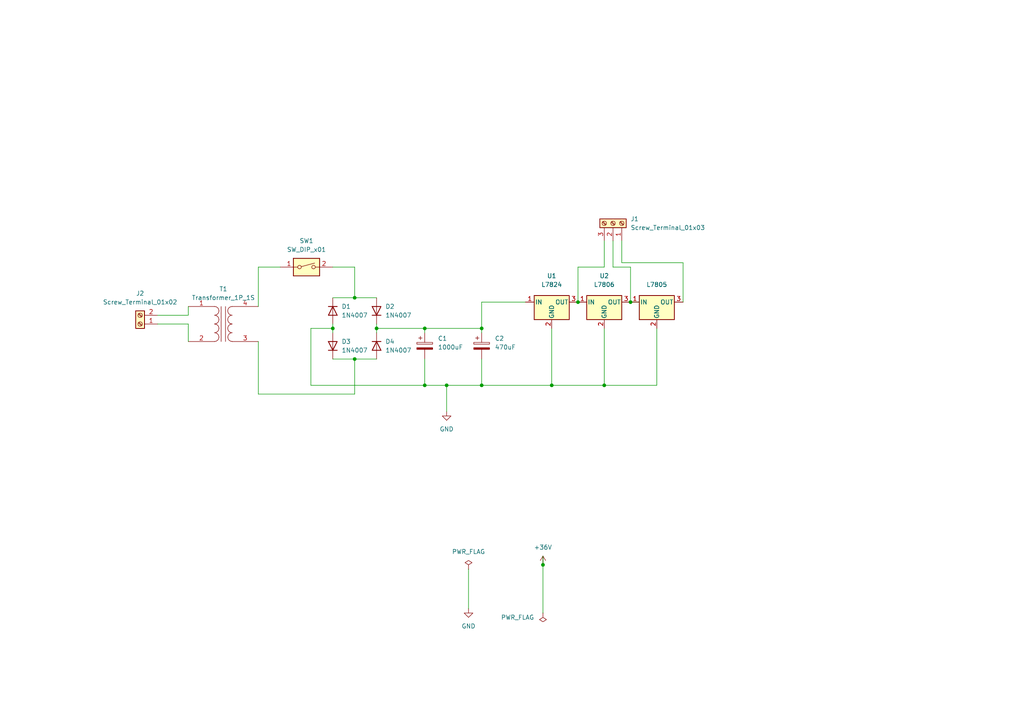
<source format=kicad_sch>
(kicad_sch (version 20211123) (generator eeschema)

  (uuid 44ad1c0b-efbb-46e1-9b64-04ac7498616b)

  (paper "A4")

  (title_block
    (title "Power_Supply (Shoe Polish Machine)")
    (date "2022-06-01")
    (rev "01")
  )

  (lib_symbols
    (symbol "Connector:Screw_Terminal_01x02" (pin_names (offset 1.016) hide) (in_bom yes) (on_board yes)
      (property "Reference" "J" (id 0) (at 0 2.54 0)
        (effects (font (size 1.27 1.27)))
      )
      (property "Value" "Screw_Terminal_01x02" (id 1) (at 0 -5.08 0)
        (effects (font (size 1.27 1.27)))
      )
      (property "Footprint" "" (id 2) (at 0 0 0)
        (effects (font (size 1.27 1.27)) hide)
      )
      (property "Datasheet" "~" (id 3) (at 0 0 0)
        (effects (font (size 1.27 1.27)) hide)
      )
      (property "ki_keywords" "screw terminal" (id 4) (at 0 0 0)
        (effects (font (size 1.27 1.27)) hide)
      )
      (property "ki_description" "Generic screw terminal, single row, 01x02, script generated (kicad-library-utils/schlib/autogen/connector/)" (id 5) (at 0 0 0)
        (effects (font (size 1.27 1.27)) hide)
      )
      (property "ki_fp_filters" "TerminalBlock*:*" (id 6) (at 0 0 0)
        (effects (font (size 1.27 1.27)) hide)
      )
      (symbol "Screw_Terminal_01x02_1_1"
        (rectangle (start -1.27 1.27) (end 1.27 -3.81)
          (stroke (width 0.254) (type default) (color 0 0 0 0))
          (fill (type background))
        )
        (circle (center 0 -2.54) (radius 0.635)
          (stroke (width 0.1524) (type default) (color 0 0 0 0))
          (fill (type none))
        )
        (polyline
          (pts
            (xy -0.5334 -2.2098)
            (xy 0.3302 -3.048)
          )
          (stroke (width 0.1524) (type default) (color 0 0 0 0))
          (fill (type none))
        )
        (polyline
          (pts
            (xy -0.5334 0.3302)
            (xy 0.3302 -0.508)
          )
          (stroke (width 0.1524) (type default) (color 0 0 0 0))
          (fill (type none))
        )
        (polyline
          (pts
            (xy -0.3556 -2.032)
            (xy 0.508 -2.8702)
          )
          (stroke (width 0.1524) (type default) (color 0 0 0 0))
          (fill (type none))
        )
        (polyline
          (pts
            (xy -0.3556 0.508)
            (xy 0.508 -0.3302)
          )
          (stroke (width 0.1524) (type default) (color 0 0 0 0))
          (fill (type none))
        )
        (circle (center 0 0) (radius 0.635)
          (stroke (width 0.1524) (type default) (color 0 0 0 0))
          (fill (type none))
        )
        (pin passive line (at -5.08 0 0) (length 3.81)
          (name "Pin_1" (effects (font (size 1.27 1.27))))
          (number "1" (effects (font (size 1.27 1.27))))
        )
        (pin passive line (at -5.08 -2.54 0) (length 3.81)
          (name "Pin_2" (effects (font (size 1.27 1.27))))
          (number "2" (effects (font (size 1.27 1.27))))
        )
      )
    )
    (symbol "Connector:Screw_Terminal_01x03" (pin_names (offset 1.016) hide) (in_bom yes) (on_board yes)
      (property "Reference" "J" (id 0) (at 0 5.08 0)
        (effects (font (size 1.27 1.27)))
      )
      (property "Value" "Screw_Terminal_01x03" (id 1) (at 0 -5.08 0)
        (effects (font (size 1.27 1.27)))
      )
      (property "Footprint" "" (id 2) (at 0 0 0)
        (effects (font (size 1.27 1.27)) hide)
      )
      (property "Datasheet" "~" (id 3) (at 0 0 0)
        (effects (font (size 1.27 1.27)) hide)
      )
      (property "ki_keywords" "screw terminal" (id 4) (at 0 0 0)
        (effects (font (size 1.27 1.27)) hide)
      )
      (property "ki_description" "Generic screw terminal, single row, 01x03, script generated (kicad-library-utils/schlib/autogen/connector/)" (id 5) (at 0 0 0)
        (effects (font (size 1.27 1.27)) hide)
      )
      (property "ki_fp_filters" "TerminalBlock*:*" (id 6) (at 0 0 0)
        (effects (font (size 1.27 1.27)) hide)
      )
      (symbol "Screw_Terminal_01x03_1_1"
        (rectangle (start -1.27 3.81) (end 1.27 -3.81)
          (stroke (width 0.254) (type default) (color 0 0 0 0))
          (fill (type background))
        )
        (circle (center 0 -2.54) (radius 0.635)
          (stroke (width 0.1524) (type default) (color 0 0 0 0))
          (fill (type none))
        )
        (polyline
          (pts
            (xy -0.5334 -2.2098)
            (xy 0.3302 -3.048)
          )
          (stroke (width 0.1524) (type default) (color 0 0 0 0))
          (fill (type none))
        )
        (polyline
          (pts
            (xy -0.5334 0.3302)
            (xy 0.3302 -0.508)
          )
          (stroke (width 0.1524) (type default) (color 0 0 0 0))
          (fill (type none))
        )
        (polyline
          (pts
            (xy -0.5334 2.8702)
            (xy 0.3302 2.032)
          )
          (stroke (width 0.1524) (type default) (color 0 0 0 0))
          (fill (type none))
        )
        (polyline
          (pts
            (xy -0.3556 -2.032)
            (xy 0.508 -2.8702)
          )
          (stroke (width 0.1524) (type default) (color 0 0 0 0))
          (fill (type none))
        )
        (polyline
          (pts
            (xy -0.3556 0.508)
            (xy 0.508 -0.3302)
          )
          (stroke (width 0.1524) (type default) (color 0 0 0 0))
          (fill (type none))
        )
        (polyline
          (pts
            (xy -0.3556 3.048)
            (xy 0.508 2.2098)
          )
          (stroke (width 0.1524) (type default) (color 0 0 0 0))
          (fill (type none))
        )
        (circle (center 0 0) (radius 0.635)
          (stroke (width 0.1524) (type default) (color 0 0 0 0))
          (fill (type none))
        )
        (circle (center 0 2.54) (radius 0.635)
          (stroke (width 0.1524) (type default) (color 0 0 0 0))
          (fill (type none))
        )
        (pin passive line (at -5.08 2.54 0) (length 3.81)
          (name "Pin_1" (effects (font (size 1.27 1.27))))
          (number "1" (effects (font (size 1.27 1.27))))
        )
        (pin passive line (at -5.08 0 0) (length 3.81)
          (name "Pin_2" (effects (font (size 1.27 1.27))))
          (number "2" (effects (font (size 1.27 1.27))))
        )
        (pin passive line (at -5.08 -2.54 0) (length 3.81)
          (name "Pin_3" (effects (font (size 1.27 1.27))))
          (number "3" (effects (font (size 1.27 1.27))))
        )
      )
    )
    (symbol "Device:C_Polarized" (pin_numbers hide) (pin_names (offset 0.254)) (in_bom yes) (on_board yes)
      (property "Reference" "C" (id 0) (at 0.635 2.54 0)
        (effects (font (size 1.27 1.27)) (justify left))
      )
      (property "Value" "C_Polarized" (id 1) (at 0.635 -2.54 0)
        (effects (font (size 1.27 1.27)) (justify left))
      )
      (property "Footprint" "" (id 2) (at 0.9652 -3.81 0)
        (effects (font (size 1.27 1.27)) hide)
      )
      (property "Datasheet" "~" (id 3) (at 0 0 0)
        (effects (font (size 1.27 1.27)) hide)
      )
      (property "ki_keywords" "cap capacitor" (id 4) (at 0 0 0)
        (effects (font (size 1.27 1.27)) hide)
      )
      (property "ki_description" "Polarized capacitor" (id 5) (at 0 0 0)
        (effects (font (size 1.27 1.27)) hide)
      )
      (property "ki_fp_filters" "CP_*" (id 6) (at 0 0 0)
        (effects (font (size 1.27 1.27)) hide)
      )
      (symbol "C_Polarized_0_1"
        (rectangle (start -2.286 0.508) (end 2.286 1.016)
          (stroke (width 0) (type default) (color 0 0 0 0))
          (fill (type none))
        )
        (polyline
          (pts
            (xy -1.778 2.286)
            (xy -0.762 2.286)
          )
          (stroke (width 0) (type default) (color 0 0 0 0))
          (fill (type none))
        )
        (polyline
          (pts
            (xy -1.27 2.794)
            (xy -1.27 1.778)
          )
          (stroke (width 0) (type default) (color 0 0 0 0))
          (fill (type none))
        )
        (rectangle (start 2.286 -0.508) (end -2.286 -1.016)
          (stroke (width 0) (type default) (color 0 0 0 0))
          (fill (type outline))
        )
      )
      (symbol "C_Polarized_1_1"
        (pin passive line (at 0 3.81 270) (length 2.794)
          (name "~" (effects (font (size 1.27 1.27))))
          (number "1" (effects (font (size 1.27 1.27))))
        )
        (pin passive line (at 0 -3.81 90) (length 2.794)
          (name "~" (effects (font (size 1.27 1.27))))
          (number "2" (effects (font (size 1.27 1.27))))
        )
      )
    )
    (symbol "Device:Transformer_1P_1S" (pin_names (offset 1.016) hide) (in_bom yes) (on_board yes)
      (property "Reference" "T" (id 0) (at 0 6.35 0)
        (effects (font (size 1.27 1.27)))
      )
      (property "Value" "Transformer_1P_1S" (id 1) (at 0 -7.62 0)
        (effects (font (size 1.27 1.27)))
      )
      (property "Footprint" "" (id 2) (at 0 0 0)
        (effects (font (size 1.27 1.27)) hide)
      )
      (property "Datasheet" "~" (id 3) (at 0 0 0)
        (effects (font (size 1.27 1.27)) hide)
      )
      (property "ki_keywords" "transformer coil magnet" (id 4) (at 0 0 0)
        (effects (font (size 1.27 1.27)) hide)
      )
      (property "ki_description" "Transformer, single primary, single secondary" (id 5) (at 0 0 0)
        (effects (font (size 1.27 1.27)) hide)
      )
      (symbol "Transformer_1P_1S_0_1"
        (arc (start -2.54 -5.0546) (mid -1.6599 -4.6901) (end -1.27 -3.81)
          (stroke (width 0) (type default) (color 0 0 0 0))
          (fill (type none))
        )
        (arc (start -2.54 -2.5146) (mid -1.6599 -2.1501) (end -1.27 -1.27)
          (stroke (width 0) (type default) (color 0 0 0 0))
          (fill (type none))
        )
        (arc (start -2.54 0.0254) (mid -1.6599 0.3899) (end -1.27 1.27)
          (stroke (width 0) (type default) (color 0 0 0 0))
          (fill (type none))
        )
        (arc (start -2.54 2.5654) (mid -1.6599 2.9299) (end -1.27 3.81)
          (stroke (width 0) (type default) (color 0 0 0 0))
          (fill (type none))
        )
        (arc (start -1.27 -3.81) (mid -1.642 -2.912) (end -2.54 -2.54)
          (stroke (width 0) (type default) (color 0 0 0 0))
          (fill (type none))
        )
        (arc (start -1.27 -1.27) (mid -1.642 -0.372) (end -2.54 0)
          (stroke (width 0) (type default) (color 0 0 0 0))
          (fill (type none))
        )
        (arc (start -1.27 1.27) (mid -1.642 2.168) (end -2.54 2.54)
          (stroke (width 0) (type default) (color 0 0 0 0))
          (fill (type none))
        )
        (arc (start -1.27 3.81) (mid -1.642 4.708) (end -2.54 5.08)
          (stroke (width 0) (type default) (color 0 0 0 0))
          (fill (type none))
        )
        (polyline
          (pts
            (xy -0.635 5.08)
            (xy -0.635 -5.08)
          )
          (stroke (width 0) (type default) (color 0 0 0 0))
          (fill (type none))
        )
        (polyline
          (pts
            (xy 0.635 -5.08)
            (xy 0.635 5.08)
          )
          (stroke (width 0) (type default) (color 0 0 0 0))
          (fill (type none))
        )
        (arc (start 1.2954 -1.27) (mid 1.6599 -2.1501) (end 2.54 -2.5146)
          (stroke (width 0) (type default) (color 0 0 0 0))
          (fill (type none))
        )
        (arc (start 1.2954 1.27) (mid 1.6599 0.3899) (end 2.54 0.0254)
          (stroke (width 0) (type default) (color 0 0 0 0))
          (fill (type none))
        )
        (arc (start 1.2954 3.81) (mid 1.6599 2.9299) (end 2.54 2.5654)
          (stroke (width 0) (type default) (color 0 0 0 0))
          (fill (type none))
        )
        (arc (start 1.3208 -3.81) (mid 1.6853 -4.6901) (end 2.5654 -5.0546)
          (stroke (width 0) (type default) (color 0 0 0 0))
          (fill (type none))
        )
        (arc (start 2.54 0) (mid 1.642 -0.372) (end 1.2954 -1.27)
          (stroke (width 0) (type default) (color 0 0 0 0))
          (fill (type none))
        )
        (arc (start 2.54 2.54) (mid 1.642 2.168) (end 1.2954 1.27)
          (stroke (width 0) (type default) (color 0 0 0 0))
          (fill (type none))
        )
        (arc (start 2.54 5.08) (mid 1.642 4.708) (end 1.2954 3.81)
          (stroke (width 0) (type default) (color 0 0 0 0))
          (fill (type none))
        )
        (arc (start 2.5654 -2.54) (mid 1.6674 -2.912) (end 1.3208 -3.81)
          (stroke (width 0) (type default) (color 0 0 0 0))
          (fill (type none))
        )
      )
      (symbol "Transformer_1P_1S_1_1"
        (pin passive line (at -10.16 5.08 0) (length 7.62)
          (name "AA" (effects (font (size 1.27 1.27))))
          (number "1" (effects (font (size 1.27 1.27))))
        )
        (pin passive line (at -10.16 -5.08 0) (length 7.62)
          (name "AB" (effects (font (size 1.27 1.27))))
          (number "2" (effects (font (size 1.27 1.27))))
        )
        (pin passive line (at 10.16 -5.08 180) (length 7.62)
          (name "SA" (effects (font (size 1.27 1.27))))
          (number "3" (effects (font (size 1.27 1.27))))
        )
        (pin passive line (at 10.16 5.08 180) (length 7.62)
          (name "SB" (effects (font (size 1.27 1.27))))
          (number "4" (effects (font (size 1.27 1.27))))
        )
      )
    )
    (symbol "Diode:1N4007" (pin_numbers hide) (pin_names (offset 1.016) hide) (in_bom yes) (on_board yes)
      (property "Reference" "D" (id 0) (at 0 2.54 0)
        (effects (font (size 1.27 1.27)))
      )
      (property "Value" "1N4007" (id 1) (at 0 -2.54 0)
        (effects (font (size 1.27 1.27)))
      )
      (property "Footprint" "Diode_THT:D_DO-41_SOD81_P10.16mm_Horizontal" (id 2) (at 0 -4.445 0)
        (effects (font (size 1.27 1.27)) hide)
      )
      (property "Datasheet" "http://www.vishay.com/docs/88503/1n4001.pdf" (id 3) (at 0 0 0)
        (effects (font (size 1.27 1.27)) hide)
      )
      (property "ki_keywords" "diode" (id 4) (at 0 0 0)
        (effects (font (size 1.27 1.27)) hide)
      )
      (property "ki_description" "1000V 1A General Purpose Rectifier Diode, DO-41" (id 5) (at 0 0 0)
        (effects (font (size 1.27 1.27)) hide)
      )
      (property "ki_fp_filters" "D*DO?41*" (id 6) (at 0 0 0)
        (effects (font (size 1.27 1.27)) hide)
      )
      (symbol "1N4007_0_1"
        (polyline
          (pts
            (xy -1.27 1.27)
            (xy -1.27 -1.27)
          )
          (stroke (width 0.254) (type default) (color 0 0 0 0))
          (fill (type none))
        )
        (polyline
          (pts
            (xy 1.27 0)
            (xy -1.27 0)
          )
          (stroke (width 0) (type default) (color 0 0 0 0))
          (fill (type none))
        )
        (polyline
          (pts
            (xy 1.27 1.27)
            (xy 1.27 -1.27)
            (xy -1.27 0)
            (xy 1.27 1.27)
          )
          (stroke (width 0.254) (type default) (color 0 0 0 0))
          (fill (type none))
        )
      )
      (symbol "1N4007_1_1"
        (pin passive line (at -3.81 0 0) (length 2.54)
          (name "K" (effects (font (size 1.27 1.27))))
          (number "1" (effects (font (size 1.27 1.27))))
        )
        (pin passive line (at 3.81 0 180) (length 2.54)
          (name "A" (effects (font (size 1.27 1.27))))
          (number "2" (effects (font (size 1.27 1.27))))
        )
      )
    )
    (symbol "Regulator_Linear:L7805" (pin_names (offset 0.254)) (in_bom yes) (on_board yes)
      (property "Reference" "U" (id 0) (at -3.81 3.175 0)
        (effects (font (size 1.27 1.27)))
      )
      (property "Value" "L7805" (id 1) (at 0 3.175 0)
        (effects (font (size 1.27 1.27)) (justify left))
      )
      (property "Footprint" "" (id 2) (at 0.635 -3.81 0)
        (effects (font (size 1.27 1.27) italic) (justify left) hide)
      )
      (property "Datasheet" "http://www.st.com/content/ccc/resource/technical/document/datasheet/41/4f/b3/b0/12/d4/47/88/CD00000444.pdf/files/CD00000444.pdf/jcr:content/translations/en.CD00000444.pdf" (id 3) (at 0 -1.27 0)
        (effects (font (size 1.27 1.27)) hide)
      )
      (property "ki_keywords" "Voltage Regulator 1.5A Positive" (id 4) (at 0 0 0)
        (effects (font (size 1.27 1.27)) hide)
      )
      (property "ki_description" "Positive 1.5A 35V Linear Regulator, Fixed Output 5V, TO-220/TO-263/TO-252" (id 5) (at 0 0 0)
        (effects (font (size 1.27 1.27)) hide)
      )
      (property "ki_fp_filters" "TO?252* TO?263* TO?220*" (id 6) (at 0 0 0)
        (effects (font (size 1.27 1.27)) hide)
      )
      (symbol "L7805_0_1"
        (rectangle (start -5.08 1.905) (end 5.08 -5.08)
          (stroke (width 0.254) (type default) (color 0 0 0 0))
          (fill (type background))
        )
      )
      (symbol "L7805_1_1"
        (pin power_in line (at -7.62 0 0) (length 2.54)
          (name "IN" (effects (font (size 1.27 1.27))))
          (number "1" (effects (font (size 1.27 1.27))))
        )
        (pin power_in line (at 0 -7.62 90) (length 2.54)
          (name "GND" (effects (font (size 1.27 1.27))))
          (number "2" (effects (font (size 1.27 1.27))))
        )
        (pin power_out line (at 7.62 0 180) (length 2.54)
          (name "OUT" (effects (font (size 1.27 1.27))))
          (number "3" (effects (font (size 1.27 1.27))))
        )
      )
    )
    (symbol "Regulator_Linear:L7806" (pin_names (offset 0.254)) (in_bom yes) (on_board yes)
      (property "Reference" "U" (id 0) (at -3.81 3.175 0)
        (effects (font (size 1.27 1.27)))
      )
      (property "Value" "L7806" (id 1) (at 0 3.175 0)
        (effects (font (size 1.27 1.27)) (justify left))
      )
      (property "Footprint" "" (id 2) (at 0.635 -3.81 0)
        (effects (font (size 1.27 1.27) italic) (justify left) hide)
      )
      (property "Datasheet" "http://www.st.com/content/ccc/resource/technical/document/datasheet/41/4f/b3/b0/12/d4/47/88/CD00000444.pdf/files/CD00000444.pdf/jcr:content/translations/en.CD00000444.pdf" (id 3) (at 0 -1.27 0)
        (effects (font (size 1.27 1.27)) hide)
      )
      (property "ki_keywords" "Voltage Regulator 1.5A Positive" (id 4) (at 0 0 0)
        (effects (font (size 1.27 1.27)) hide)
      )
      (property "ki_description" "Positive 1.5A 35V Linear Regulator, Fixed Output 6V, TO-220/TO-263/TO-252" (id 5) (at 0 0 0)
        (effects (font (size 1.27 1.27)) hide)
      )
      (property "ki_fp_filters" "TO?252* TO?263* TO?220*" (id 6) (at 0 0 0)
        (effects (font (size 1.27 1.27)) hide)
      )
      (symbol "L7806_0_1"
        (rectangle (start -5.08 1.905) (end 5.08 -5.08)
          (stroke (width 0.254) (type default) (color 0 0 0 0))
          (fill (type background))
        )
      )
      (symbol "L7806_1_1"
        (pin power_in line (at -7.62 0 0) (length 2.54)
          (name "IN" (effects (font (size 1.27 1.27))))
          (number "1" (effects (font (size 1.27 1.27))))
        )
        (pin power_in line (at 0 -7.62 90) (length 2.54)
          (name "GND" (effects (font (size 1.27 1.27))))
          (number "2" (effects (font (size 1.27 1.27))))
        )
        (pin power_out line (at 7.62 0 180) (length 2.54)
          (name "OUT" (effects (font (size 1.27 1.27))))
          (number "3" (effects (font (size 1.27 1.27))))
        )
      )
    )
    (symbol "Regulator_Linear:L7824" (pin_names (offset 0.254)) (in_bom yes) (on_board yes)
      (property "Reference" "U" (id 0) (at -3.81 3.175 0)
        (effects (font (size 1.27 1.27)))
      )
      (property "Value" "L7824" (id 1) (at 0 3.175 0)
        (effects (font (size 1.27 1.27)) (justify left))
      )
      (property "Footprint" "" (id 2) (at 0.635 -3.81 0)
        (effects (font (size 1.27 1.27) italic) (justify left) hide)
      )
      (property "Datasheet" "http://www.st.com/content/ccc/resource/technical/document/datasheet/41/4f/b3/b0/12/d4/47/88/CD00000444.pdf/files/CD00000444.pdf/jcr:content/translations/en.CD00000444.pdf" (id 3) (at 0 -1.27 0)
        (effects (font (size 1.27 1.27)) hide)
      )
      (property "ki_keywords" "Voltage Regulator 1.5A Positive" (id 4) (at 0 0 0)
        (effects (font (size 1.27 1.27)) hide)
      )
      (property "ki_description" "Positive 1.5A 40V Linear Regulator, Fixed Output 24V, TO-220/TO-263/TO-252" (id 5) (at 0 0 0)
        (effects (font (size 1.27 1.27)) hide)
      )
      (property "ki_fp_filters" "TO?252* TO?263* TO?220*" (id 6) (at 0 0 0)
        (effects (font (size 1.27 1.27)) hide)
      )
      (symbol "L7824_0_1"
        (rectangle (start -5.08 1.905) (end 5.08 -5.08)
          (stroke (width 0.254) (type default) (color 0 0 0 0))
          (fill (type background))
        )
      )
      (symbol "L7824_1_1"
        (pin power_in line (at -7.62 0 0) (length 2.54)
          (name "IN" (effects (font (size 1.27 1.27))))
          (number "1" (effects (font (size 1.27 1.27))))
        )
        (pin power_in line (at 0 -7.62 90) (length 2.54)
          (name "GND" (effects (font (size 1.27 1.27))))
          (number "2" (effects (font (size 1.27 1.27))))
        )
        (pin power_out line (at 7.62 0 180) (length 2.54)
          (name "OUT" (effects (font (size 1.27 1.27))))
          (number "3" (effects (font (size 1.27 1.27))))
        )
      )
    )
    (symbol "Switch:SW_DIP_x01" (pin_names (offset 0) hide) (in_bom yes) (on_board yes)
      (property "Reference" "SW" (id 0) (at 0 3.81 0)
        (effects (font (size 1.27 1.27)))
      )
      (property "Value" "SW_DIP_x01" (id 1) (at 0 -3.81 0)
        (effects (font (size 1.27 1.27)))
      )
      (property "Footprint" "" (id 2) (at 0 0 0)
        (effects (font (size 1.27 1.27)) hide)
      )
      (property "Datasheet" "~" (id 3) (at 0 0 0)
        (effects (font (size 1.27 1.27)) hide)
      )
      (property "ki_keywords" "dip switch" (id 4) (at 0 0 0)
        (effects (font (size 1.27 1.27)) hide)
      )
      (property "ki_description" "1x DIP Switch, Single Pole Single Throw (SPST) switch, small symbol" (id 5) (at 0 0 0)
        (effects (font (size 1.27 1.27)) hide)
      )
      (property "ki_fp_filters" "SW?DIP?x1*" (id 6) (at 0 0 0)
        (effects (font (size 1.27 1.27)) hide)
      )
      (symbol "SW_DIP_x01_0_0"
        (circle (center -2.032 0) (radius 0.508)
          (stroke (width 0) (type default) (color 0 0 0 0))
          (fill (type none))
        )
        (polyline
          (pts
            (xy -1.524 0.127)
            (xy 2.3622 1.1684)
          )
          (stroke (width 0) (type default) (color 0 0 0 0))
          (fill (type none))
        )
        (circle (center 2.032 0) (radius 0.508)
          (stroke (width 0) (type default) (color 0 0 0 0))
          (fill (type none))
        )
      )
      (symbol "SW_DIP_x01_0_1"
        (rectangle (start -3.81 2.54) (end 3.81 -2.54)
          (stroke (width 0.254) (type default) (color 0 0 0 0))
          (fill (type background))
        )
      )
      (symbol "SW_DIP_x01_1_1"
        (pin passive line (at -7.62 0 0) (length 5.08)
          (name "~" (effects (font (size 1.27 1.27))))
          (number "1" (effects (font (size 1.27 1.27))))
        )
        (pin passive line (at 7.62 0 180) (length 5.08)
          (name "~" (effects (font (size 1.27 1.27))))
          (number "2" (effects (font (size 1.27 1.27))))
        )
      )
    )
    (symbol "power:+36V" (power) (pin_names (offset 0)) (in_bom yes) (on_board yes)
      (property "Reference" "#PWR" (id 0) (at 0 -3.81 0)
        (effects (font (size 1.27 1.27)) hide)
      )
      (property "Value" "+36V" (id 1) (at 0 3.556 0)
        (effects (font (size 1.27 1.27)))
      )
      (property "Footprint" "" (id 2) (at 0 0 0)
        (effects (font (size 1.27 1.27)) hide)
      )
      (property "Datasheet" "" (id 3) (at 0 0 0)
        (effects (font (size 1.27 1.27)) hide)
      )
      (property "ki_keywords" "power-flag" (id 4) (at 0 0 0)
        (effects (font (size 1.27 1.27)) hide)
      )
      (property "ki_description" "Power symbol creates a global label with name \"+36V\"" (id 5) (at 0 0 0)
        (effects (font (size 1.27 1.27)) hide)
      )
      (symbol "+36V_0_1"
        (polyline
          (pts
            (xy -0.762 1.27)
            (xy 0 2.54)
          )
          (stroke (width 0) (type default) (color 0 0 0 0))
          (fill (type none))
        )
        (polyline
          (pts
            (xy 0 0)
            (xy 0 2.54)
          )
          (stroke (width 0) (type default) (color 0 0 0 0))
          (fill (type none))
        )
        (polyline
          (pts
            (xy 0 2.54)
            (xy 0.762 1.27)
          )
          (stroke (width 0) (type default) (color 0 0 0 0))
          (fill (type none))
        )
      )
      (symbol "+36V_1_1"
        (pin power_in line (at 0 0 90) (length 0) hide
          (name "+36V" (effects (font (size 1.27 1.27))))
          (number "1" (effects (font (size 1.27 1.27))))
        )
      )
    )
    (symbol "power:GND" (power) (pin_names (offset 0)) (in_bom yes) (on_board yes)
      (property "Reference" "#PWR" (id 0) (at 0 -6.35 0)
        (effects (font (size 1.27 1.27)) hide)
      )
      (property "Value" "GND" (id 1) (at 0 -3.81 0)
        (effects (font (size 1.27 1.27)))
      )
      (property "Footprint" "" (id 2) (at 0 0 0)
        (effects (font (size 1.27 1.27)) hide)
      )
      (property "Datasheet" "" (id 3) (at 0 0 0)
        (effects (font (size 1.27 1.27)) hide)
      )
      (property "ki_keywords" "power-flag" (id 4) (at 0 0 0)
        (effects (font (size 1.27 1.27)) hide)
      )
      (property "ki_description" "Power symbol creates a global label with name \"GND\" , ground" (id 5) (at 0 0 0)
        (effects (font (size 1.27 1.27)) hide)
      )
      (symbol "GND_0_1"
        (polyline
          (pts
            (xy 0 0)
            (xy 0 -1.27)
            (xy 1.27 -1.27)
            (xy 0 -2.54)
            (xy -1.27 -1.27)
            (xy 0 -1.27)
          )
          (stroke (width 0) (type default) (color 0 0 0 0))
          (fill (type none))
        )
      )
      (symbol "GND_1_1"
        (pin power_in line (at 0 0 270) (length 0) hide
          (name "GND" (effects (font (size 1.27 1.27))))
          (number "1" (effects (font (size 1.27 1.27))))
        )
      )
    )
    (symbol "power:PWR_FLAG" (power) (pin_numbers hide) (pin_names (offset 0) hide) (in_bom yes) (on_board yes)
      (property "Reference" "#FLG" (id 0) (at 0 1.905 0)
        (effects (font (size 1.27 1.27)) hide)
      )
      (property "Value" "PWR_FLAG" (id 1) (at 0 3.81 0)
        (effects (font (size 1.27 1.27)))
      )
      (property "Footprint" "" (id 2) (at 0 0 0)
        (effects (font (size 1.27 1.27)) hide)
      )
      (property "Datasheet" "~" (id 3) (at 0 0 0)
        (effects (font (size 1.27 1.27)) hide)
      )
      (property "ki_keywords" "power-flag" (id 4) (at 0 0 0)
        (effects (font (size 1.27 1.27)) hide)
      )
      (property "ki_description" "Special symbol for telling ERC where power comes from" (id 5) (at 0 0 0)
        (effects (font (size 1.27 1.27)) hide)
      )
      (symbol "PWR_FLAG_0_0"
        (pin power_out line (at 0 0 90) (length 0)
          (name "pwr" (effects (font (size 1.27 1.27))))
          (number "1" (effects (font (size 1.27 1.27))))
        )
      )
      (symbol "PWR_FLAG_0_1"
        (polyline
          (pts
            (xy 0 0)
            (xy 0 1.27)
            (xy -1.016 1.905)
            (xy 0 2.54)
            (xy 1.016 1.905)
            (xy 0 1.27)
          )
          (stroke (width 0) (type default) (color 0 0 0 0))
          (fill (type none))
        )
      )
    )
  )

  (junction (at 167.64 87.63) (diameter 0) (color 0 0 0 0)
    (uuid 01f8b88f-4e3c-4d96-9697-6d0fbf491641)
  )
  (junction (at 109.22 95.25) (diameter 0) (color 0 0 0 0)
    (uuid 0b0651da-94c4-4467-be9a-094291dfdb1d)
  )
  (junction (at 123.19 111.76) (diameter 0) (color 0 0 0 0)
    (uuid 1432bf8b-8bdb-4816-baf2-6579e9ea7da4)
  )
  (junction (at 96.52 95.25) (diameter 0) (color 0 0 0 0)
    (uuid 39dd1b2b-928c-452c-949f-c0e1849f4b65)
  )
  (junction (at 139.7 95.25) (diameter 0) (color 0 0 0 0)
    (uuid 4c1e3159-99bd-4d30-8c4c-3f636693a35b)
  )
  (junction (at 102.87 104.14) (diameter 0) (color 0 0 0 0)
    (uuid 5a6435c4-a3db-42e7-8626-0f0ace441154)
  )
  (junction (at 160.02 111.76) (diameter 0) (color 0 0 0 0)
    (uuid 69100176-46df-44ee-ae3e-9dfdc06d7d63)
  )
  (junction (at 129.54 111.76) (diameter 0) (color 0 0 0 0)
    (uuid 7f4724dd-b557-42f0-be87-dc1ff6c1603d)
  )
  (junction (at 139.7 111.76) (diameter 0) (color 0 0 0 0)
    (uuid 9649d2a9-4606-484e-8887-db95c414c0a8)
  )
  (junction (at 123.19 95.25) (diameter 0) (color 0 0 0 0)
    (uuid 9bcd4d4b-daab-4f84-98a4-83e42112063b)
  )
  (junction (at 157.48 163.83) (diameter 0) (color 0 0 0 0)
    (uuid b1688d55-939b-40e8-940b-baddfb877029)
  )
  (junction (at 175.26 111.76) (diameter 0) (color 0 0 0 0)
    (uuid b1ab2dc9-bdc5-4630-a061-df11cd793d3a)
  )
  (junction (at 102.87 86.36) (diameter 0) (color 0 0 0 0)
    (uuid bc0b79c2-668d-4e13-a480-dae036c52030)
  )
  (junction (at 182.88 87.63) (diameter 0) (color 0 0 0 0)
    (uuid f303b7ad-e0b4-4a50-a278-eebeee8f0a4c)
  )

  (wire (pts (xy 129.54 111.76) (xy 139.7 111.76))
    (stroke (width 0) (type default) (color 0 0 0 0))
    (uuid 01d80dc5-df52-44e2-aba5-6616c3800b1d)
  )
  (wire (pts (xy 96.52 77.47) (xy 102.87 77.47))
    (stroke (width 0) (type default) (color 0 0 0 0))
    (uuid 01e8ade5-d8d5-4ad5-b502-d0035bd77a7c)
  )
  (wire (pts (xy 182.88 77.47) (xy 182.88 87.63))
    (stroke (width 0) (type default) (color 0 0 0 0))
    (uuid 277b4865-6ade-4cb2-8811-b317f6267b58)
  )
  (wire (pts (xy 81.28 77.47) (xy 74.93 77.47))
    (stroke (width 0) (type default) (color 0 0 0 0))
    (uuid 2d9531ea-dc4f-432b-a3e9-cacd47f5d2f5)
  )
  (wire (pts (xy 139.7 111.76) (xy 160.02 111.76))
    (stroke (width 0) (type default) (color 0 0 0 0))
    (uuid 311383d8-a42b-4788-b9f2-f8628d8a6a39)
  )
  (wire (pts (xy 175.26 95.25) (xy 175.26 111.76))
    (stroke (width 0) (type default) (color 0 0 0 0))
    (uuid 3c216311-ada2-4e37-b128-4150bcbc9510)
  )
  (wire (pts (xy 96.52 86.36) (xy 102.87 86.36))
    (stroke (width 0) (type default) (color 0 0 0 0))
    (uuid 3f41a349-1fb4-4bea-b34c-e3211c49a284)
  )
  (wire (pts (xy 123.19 111.76) (xy 129.54 111.76))
    (stroke (width 0) (type default) (color 0 0 0 0))
    (uuid 3f4dc4c8-fc75-4cb8-9b11-fe53118d6aa0)
  )
  (wire (pts (xy 175.26 69.85) (xy 175.26 77.47))
    (stroke (width 0) (type default) (color 0 0 0 0))
    (uuid 4011da0d-50fc-4ba6-8e36-849929973977)
  )
  (wire (pts (xy 139.7 96.52) (xy 139.7 95.25))
    (stroke (width 0) (type default) (color 0 0 0 0))
    (uuid 4220d49f-6fc5-4ac7-a6b2-de6e424bfa55)
  )
  (wire (pts (xy 180.34 76.2) (xy 198.12 76.2))
    (stroke (width 0) (type default) (color 0 0 0 0))
    (uuid 458c30b8-3b6c-4f7b-bbdc-2e39eed9cc38)
  )
  (wire (pts (xy 160.02 95.25) (xy 160.02 111.76))
    (stroke (width 0) (type default) (color 0 0 0 0))
    (uuid 48d4d333-1c8b-48d1-932b-241524b745fc)
  )
  (wire (pts (xy 74.93 114.3) (xy 102.87 114.3))
    (stroke (width 0) (type default) (color 0 0 0 0))
    (uuid 48d6b7d2-6e3a-4acb-8efa-0945a8537457)
  )
  (wire (pts (xy 123.19 104.14) (xy 123.19 111.76))
    (stroke (width 0) (type default) (color 0 0 0 0))
    (uuid 4965f29f-25f5-4fef-9bbb-e62433f8b8eb)
  )
  (wire (pts (xy 54.61 91.44) (xy 54.61 88.9))
    (stroke (width 0) (type default) (color 0 0 0 0))
    (uuid 4c4bd9b0-da27-4ba5-8904-d6b9d719e149)
  )
  (wire (pts (xy 139.7 104.14) (xy 139.7 111.76))
    (stroke (width 0) (type default) (color 0 0 0 0))
    (uuid 53f59065-c41a-46f5-8d38-49516481598b)
  )
  (wire (pts (xy 182.88 87.63) (xy 185.42 87.63))
    (stroke (width 0) (type default) (color 0 0 0 0))
    (uuid 54ea826f-2432-40ec-bd61-d29cb073cace)
  )
  (wire (pts (xy 139.7 87.63) (xy 139.7 95.25))
    (stroke (width 0) (type default) (color 0 0 0 0))
    (uuid 598e9d2c-c0a6-4611-b46d-0e4923e49467)
  )
  (wire (pts (xy 74.93 77.47) (xy 74.93 88.9))
    (stroke (width 0) (type default) (color 0 0 0 0))
    (uuid 623abd65-85ef-4606-894f-3abf72c1d604)
  )
  (wire (pts (xy 45.72 91.44) (xy 54.61 91.44))
    (stroke (width 0) (type default) (color 0 0 0 0))
    (uuid 64990bbe-95b1-4785-a53f-f169879f2e42)
  )
  (wire (pts (xy 167.64 77.47) (xy 167.64 87.63))
    (stroke (width 0) (type default) (color 0 0 0 0))
    (uuid 67f4826c-edea-44a7-b430-3e4b2260ca60)
  )
  (wire (pts (xy 123.19 95.25) (xy 139.7 95.25))
    (stroke (width 0) (type default) (color 0 0 0 0))
    (uuid 72040e10-ed84-4ec7-8357-8c34d2caa1f7)
  )
  (wire (pts (xy 102.87 86.36) (xy 109.22 86.36))
    (stroke (width 0) (type default) (color 0 0 0 0))
    (uuid 7fe7bd81-f3a6-4796-9270-24128258c07e)
  )
  (wire (pts (xy 96.52 95.25) (xy 96.52 96.52))
    (stroke (width 0) (type default) (color 0 0 0 0))
    (uuid 834f45b5-3270-4e09-afe4-3f0a50c6686a)
  )
  (wire (pts (xy 102.87 114.3) (xy 102.87 104.14))
    (stroke (width 0) (type default) (color 0 0 0 0))
    (uuid 881ab554-cbb6-4b30-a1ff-3b48378b0490)
  )
  (wire (pts (xy 96.52 93.98) (xy 96.52 95.25))
    (stroke (width 0) (type default) (color 0 0 0 0))
    (uuid 8c280a44-ad42-4d47-8a46-7c4156129723)
  )
  (wire (pts (xy 102.87 77.47) (xy 102.87 86.36))
    (stroke (width 0) (type default) (color 0 0 0 0))
    (uuid 8d80e9b9-c4e7-4b0f-86aa-bc4d959efed4)
  )
  (wire (pts (xy 96.52 104.14) (xy 102.87 104.14))
    (stroke (width 0) (type default) (color 0 0 0 0))
    (uuid 8e87284f-e08b-49f9-96d5-97b43c64a940)
  )
  (wire (pts (xy 180.34 69.85) (xy 180.34 76.2))
    (stroke (width 0) (type default) (color 0 0 0 0))
    (uuid 8f2c3580-9605-442a-af3b-582efe5aa966)
  )
  (wire (pts (xy 129.54 111.76) (xy 129.54 119.38))
    (stroke (width 0) (type default) (color 0 0 0 0))
    (uuid 90968aa2-9fa0-4eb2-be7a-97769db82d8c)
  )
  (wire (pts (xy 90.17 95.25) (xy 90.17 111.76))
    (stroke (width 0) (type default) (color 0 0 0 0))
    (uuid 9426e2c0-9c0d-4e1f-8303-13ad179cfba3)
  )
  (wire (pts (xy 190.5 111.76) (xy 175.26 111.76))
    (stroke (width 0) (type default) (color 0 0 0 0))
    (uuid 961f9f4e-d489-43f7-8f1e-3fc6b48d38cd)
  )
  (wire (pts (xy 109.22 93.98) (xy 109.22 95.25))
    (stroke (width 0) (type default) (color 0 0 0 0))
    (uuid 975e0030-e555-4945-8624-f54c1c4350b6)
  )
  (wire (pts (xy 177.8 69.85) (xy 177.8 77.47))
    (stroke (width 0) (type default) (color 0 0 0 0))
    (uuid 9ce95258-9633-40df-8c27-25fdfbb4b485)
  )
  (wire (pts (xy 177.8 77.47) (xy 182.88 77.47))
    (stroke (width 0) (type default) (color 0 0 0 0))
    (uuid a73343f1-0fc2-4d16-93e8-4c015fff549c)
  )
  (wire (pts (xy 157.48 161.29) (xy 157.48 163.83))
    (stroke (width 0) (type default) (color 0 0 0 0))
    (uuid b362a38b-1038-4d09-a2a0-b6ef0dd231ce)
  )
  (wire (pts (xy 102.87 104.14) (xy 109.22 104.14))
    (stroke (width 0) (type default) (color 0 0 0 0))
    (uuid b5824a90-66a0-450e-b9fc-2012107f74e3)
  )
  (wire (pts (xy 90.17 95.25) (xy 96.52 95.25))
    (stroke (width 0) (type default) (color 0 0 0 0))
    (uuid b5d81eff-601c-440c-9451-5e367224b975)
  )
  (wire (pts (xy 190.5 95.25) (xy 190.5 111.76))
    (stroke (width 0) (type default) (color 0 0 0 0))
    (uuid b8d5acbc-7c0b-46ba-b4c8-6568b991f35b)
  )
  (wire (pts (xy 139.7 87.63) (xy 152.4 87.63))
    (stroke (width 0) (type default) (color 0 0 0 0))
    (uuid baea555d-c7dc-42cd-b37a-c6bcbc65fb01)
  )
  (wire (pts (xy 74.93 99.06) (xy 74.93 114.3))
    (stroke (width 0) (type default) (color 0 0 0 0))
    (uuid c269efb2-2698-4117-89f8-c2d2cd4e4ebb)
  )
  (wire (pts (xy 135.89 165.1) (xy 135.89 176.53))
    (stroke (width 0) (type default) (color 0 0 0 0))
    (uuid c531d748-0ca4-4609-bfff-78aad8e865bd)
  )
  (wire (pts (xy 157.48 163.83) (xy 157.48 177.8))
    (stroke (width 0) (type default) (color 0 0 0 0))
    (uuid c6c98b99-c239-46c3-b64a-4341b5fa89ec)
  )
  (wire (pts (xy 198.12 76.2) (xy 198.12 87.63))
    (stroke (width 0) (type default) (color 0 0 0 0))
    (uuid d03f81ed-ef04-44f0-91f9-7cbdb747d089)
  )
  (wire (pts (xy 109.22 95.25) (xy 109.22 96.52))
    (stroke (width 0) (type default) (color 0 0 0 0))
    (uuid d0b3e675-3357-4fe3-adf0-6578fafdb284)
  )
  (wire (pts (xy 109.22 95.25) (xy 123.19 95.25))
    (stroke (width 0) (type default) (color 0 0 0 0))
    (uuid d4f9ae17-a8d4-4cb0-b3bd-b76c3926ce93)
  )
  (wire (pts (xy 123.19 96.52) (xy 123.19 95.25))
    (stroke (width 0) (type default) (color 0 0 0 0))
    (uuid e10d8040-5189-4155-84b3-2a1a4933b3af)
  )
  (wire (pts (xy 123.19 111.76) (xy 90.17 111.76))
    (stroke (width 0) (type default) (color 0 0 0 0))
    (uuid e11d1df7-eb5c-416a-bab4-6cafa03f22aa)
  )
  (wire (pts (xy 175.26 77.47) (xy 167.64 77.47))
    (stroke (width 0) (type default) (color 0 0 0 0))
    (uuid e2a9179e-cd90-46da-92f1-8195387a8433)
  )
  (wire (pts (xy 160.02 111.76) (xy 175.26 111.76))
    (stroke (width 0) (type default) (color 0 0 0 0))
    (uuid e4180102-8e12-4347-977c-caad72539ca9)
  )
  (wire (pts (xy 54.61 93.98) (xy 45.72 93.98))
    (stroke (width 0) (type default) (color 0 0 0 0))
    (uuid ef6d693c-6a21-4a3a-83a1-13f722a6a888)
  )
  (wire (pts (xy 54.61 99.06) (xy 54.61 93.98))
    (stroke (width 0) (type default) (color 0 0 0 0))
    (uuid fab95046-2393-4644-a782-0a7edbf9f4e6)
  )

  (symbol (lib_id "power:PWR_FLAG") (at 135.89 165.1 0) (unit 1)
    (in_bom yes) (on_board yes) (fields_autoplaced)
    (uuid 097acc2c-437c-4dce-a37f-a8415c4c9ebb)
    (property "Reference" "#FLG0101" (id 0) (at 135.89 163.195 0)
      (effects (font (size 1.27 1.27)) hide)
    )
    (property "Value" "PWR_FLAG" (id 1) (at 135.89 160.02 0))
    (property "Footprint" "" (id 2) (at 135.89 165.1 0)
      (effects (font (size 1.27 1.27)) hide)
    )
    (property "Datasheet" "~" (id 3) (at 135.89 165.1 0)
      (effects (font (size 1.27 1.27)) hide)
    )
    (pin "1" (uuid a671c91e-dfb7-4afa-a899-eeb1e0d6ab85))
  )

  (symbol (lib_id "Diode:1N4007") (at 96.52 90.17 270) (unit 1)
    (in_bom yes) (on_board yes) (fields_autoplaced)
    (uuid 1a55a832-9541-4b82-ba28-c40f7c75bec0)
    (property "Reference" "D1" (id 0) (at 99.06 88.8999 90)
      (effects (font (size 1.27 1.27)) (justify left))
    )
    (property "Value" "1N4007" (id 1) (at 99.06 91.4399 90)
      (effects (font (size 1.27 1.27)) (justify left))
    )
    (property "Footprint" "Diode_THT:D_DO-41_SOD81_P10.16mm_Horizontal" (id 2) (at 92.075 90.17 0)
      (effects (font (size 1.27 1.27)) hide)
    )
    (property "Datasheet" "http://www.vishay.com/docs/88503/1n4001.pdf" (id 3) (at 96.52 90.17 0)
      (effects (font (size 1.27 1.27)) hide)
    )
    (pin "1" (uuid d6d1d4fc-0fc6-4e68-b99e-187b0bb06cf3))
    (pin "2" (uuid 6a5fba3a-c0be-42d0-9b89-e87cbe63d89e))
  )

  (symbol (lib_id "Diode:1N4007") (at 96.52 100.33 90) (unit 1)
    (in_bom yes) (on_board yes) (fields_autoplaced)
    (uuid 1eeb03f8-cd7e-443d-aad1-61eb09df7535)
    (property "Reference" "D3" (id 0) (at 99.06 99.0599 90)
      (effects (font (size 1.27 1.27)) (justify right))
    )
    (property "Value" "1N4007" (id 1) (at 99.06 101.5999 90)
      (effects (font (size 1.27 1.27)) (justify right))
    )
    (property "Footprint" "Diode_THT:D_DO-41_SOD81_P10.16mm_Horizontal" (id 2) (at 100.965 100.33 0)
      (effects (font (size 1.27 1.27)) hide)
    )
    (property "Datasheet" "http://www.vishay.com/docs/88503/1n4001.pdf" (id 3) (at 96.52 100.33 0)
      (effects (font (size 1.27 1.27)) hide)
    )
    (pin "1" (uuid da9092e1-a15e-4f46-a4b9-aeb25ccbae47))
    (pin "2" (uuid fdb372fe-856e-4bf2-bb13-e47b1c4131c7))
  )

  (symbol (lib_id "power:PWR_FLAG") (at 157.48 177.8 0) (mirror x) (unit 1)
    (in_bom yes) (on_board yes) (fields_autoplaced)
    (uuid 20978569-2112-469b-9d7a-860708748fc4)
    (property "Reference" "#FLG0102" (id 0) (at 157.48 179.705 0)
      (effects (font (size 1.27 1.27)) hide)
    )
    (property "Value" "PWR_FLAG" (id 1) (at 154.94 179.0699 0)
      (effects (font (size 1.27 1.27)) (justify right))
    )
    (property "Footprint" "" (id 2) (at 157.48 177.8 0)
      (effects (font (size 1.27 1.27)) hide)
    )
    (property "Datasheet" "~" (id 3) (at 157.48 177.8 0)
      (effects (font (size 1.27 1.27)) hide)
    )
    (pin "1" (uuid 37d2b080-5d11-45eb-acdc-2df14d727f21))
  )

  (symbol (lib_id "Device:C_Polarized") (at 123.19 100.33 0) (unit 1)
    (in_bom yes) (on_board yes) (fields_autoplaced)
    (uuid 353d7b0a-280e-4099-ae3a-22313e7d1f32)
    (property "Reference" "C1" (id 0) (at 127 98.1709 0)
      (effects (font (size 1.27 1.27)) (justify left))
    )
    (property "Value" "1000uF" (id 1) (at 127 100.7109 0)
      (effects (font (size 1.27 1.27)) (justify left))
    )
    (property "Footprint" "Capacitor_THT:CP_Radial_D10.0mm_P5.00mm" (id 2) (at 124.1552 104.14 0)
      (effects (font (size 1.27 1.27)) hide)
    )
    (property "Datasheet" "~" (id 3) (at 123.19 100.33 0)
      (effects (font (size 1.27 1.27)) hide)
    )
    (pin "1" (uuid 96e322d0-45c7-4e75-a98f-766f142447c5))
    (pin "2" (uuid b5642008-fb09-4792-a9d8-e1e7306ec4d8))
  )

  (symbol (lib_id "Connector:Screw_Terminal_01x02") (at 40.64 93.98 180) (unit 1)
    (in_bom yes) (on_board yes) (fields_autoplaced)
    (uuid 470afd1c-4472-4264-b69f-50431df6e751)
    (property "Reference" "J2" (id 0) (at 40.64 85.09 0))
    (property "Value" "Screw_Terminal_01x02" (id 1) (at 40.64 87.63 0))
    (property "Footprint" "TerminalBlock_RND:TerminalBlock_RND_205-00298_1x02_P10.00mm_Horizontal" (id 2) (at 40.64 93.98 0)
      (effects (font (size 1.27 1.27)) hide)
    )
    (property "Datasheet" "~" (id 3) (at 40.64 93.98 0)
      (effects (font (size 1.27 1.27)) hide)
    )
    (pin "1" (uuid 3a71127e-1816-4460-9d69-784094644817))
    (pin "2" (uuid 14814d5f-6f90-412c-a8cd-124273d6e292))
  )

  (symbol (lib_id "Diode:1N4007") (at 109.22 90.17 90) (unit 1)
    (in_bom yes) (on_board yes) (fields_autoplaced)
    (uuid 572e32fb-b961-4e76-be01-e925bd8741ed)
    (property "Reference" "D2" (id 0) (at 111.76 88.8999 90)
      (effects (font (size 1.27 1.27)) (justify right))
    )
    (property "Value" "1N4007" (id 1) (at 111.76 91.4399 90)
      (effects (font (size 1.27 1.27)) (justify right))
    )
    (property "Footprint" "Diode_THT:D_DO-41_SOD81_P10.16mm_Horizontal" (id 2) (at 113.665 90.17 0)
      (effects (font (size 1.27 1.27)) hide)
    )
    (property "Datasheet" "http://www.vishay.com/docs/88503/1n4001.pdf" (id 3) (at 109.22 90.17 0)
      (effects (font (size 1.27 1.27)) hide)
    )
    (pin "1" (uuid 8f9ee5ab-7151-4801-989a-5949251eceb4))
    (pin "2" (uuid 70464634-1c70-475b-b421-56739c34ae5a))
  )

  (symbol (lib_id "Regulator_Linear:L7824") (at 160.02 87.63 0) (unit 1)
    (in_bom yes) (on_board yes) (fields_autoplaced)
    (uuid 766b3fd4-1c57-436a-89c8-3c708875a3ff)
    (property "Reference" "U1" (id 0) (at 160.02 80.01 0))
    (property "Value" "L7824" (id 1) (at 160.02 82.55 0))
    (property "Footprint" "Package_TO_SOT_THT:TO-220-3_Vertical" (id 2) (at 160.655 91.44 0)
      (effects (font (size 1.27 1.27) italic) (justify left) hide)
    )
    (property "Datasheet" "http://www.st.com/content/ccc/resource/technical/document/datasheet/41/4f/b3/b0/12/d4/47/88/CD00000444.pdf/files/CD00000444.pdf/jcr:content/translations/en.CD00000444.pdf" (id 3) (at 160.02 88.9 0)
      (effects (font (size 1.27 1.27)) hide)
    )
    (pin "1" (uuid 5c68ed6b-05cf-422b-bdf3-e936199ab01a))
    (pin "2" (uuid f295d1e9-4d28-437f-9cf2-250633bee2e1))
    (pin "3" (uuid b017aede-5797-4cb6-be2d-86e54a079f84))
  )

  (symbol (lib_id "Device:Transformer_1P_1S") (at 64.77 93.98 0) (unit 1)
    (in_bom yes) (on_board yes) (fields_autoplaced)
    (uuid 79e5f17c-57fa-4424-8814-d76426fb3959)
    (property "Reference" "T1" (id 0) (at 64.7827 83.82 0))
    (property "Value" "Transformer_1P_1S" (id 1) (at 64.7827 86.36 0))
    (property "Footprint" "Transformer_THT:Transformer_NF_ETAL_1-1_P1200" (id 2) (at 64.77 93.98 0)
      (effects (font (size 1.27 1.27)) hide)
    )
    (property "Datasheet" "~" (id 3) (at 64.77 93.98 0)
      (effects (font (size 1.27 1.27)) hide)
    )
    (pin "1" (uuid f99cfede-61b4-412e-8922-378b40a0ea5d))
    (pin "2" (uuid ff6b50fc-0e65-4309-9652-5e85eb62259a))
    (pin "3" (uuid fbf5615a-cac6-49ea-8130-b03ecddaa140))
    (pin "4" (uuid d4dfcb9a-4d45-4089-8d8f-5abf9adc46d1))
  )

  (symbol (lib_id "power:GND") (at 135.89 176.53 0) (unit 1)
    (in_bom yes) (on_board yes) (fields_autoplaced)
    (uuid 841aac7e-e6c0-4489-9899-37351cce73c5)
    (property "Reference" "#PWR0103" (id 0) (at 135.89 182.88 0)
      (effects (font (size 1.27 1.27)) hide)
    )
    (property "Value" "GND" (id 1) (at 135.89 181.61 0))
    (property "Footprint" "" (id 2) (at 135.89 176.53 0)
      (effects (font (size 1.27 1.27)) hide)
    )
    (property "Datasheet" "" (id 3) (at 135.89 176.53 0)
      (effects (font (size 1.27 1.27)) hide)
    )
    (pin "1" (uuid 2b20efbf-bf4f-4bad-a830-8a8a8ab42aec))
  )

  (symbol (lib_id "Regulator_Linear:L7806") (at 175.26 87.63 0) (unit 1)
    (in_bom yes) (on_board yes) (fields_autoplaced)
    (uuid 8a6c13b5-6016-4852-b603-ce352ade686f)
    (property "Reference" "U2" (id 0) (at 175.26 80.01 0))
    (property "Value" "L7806" (id 1) (at 175.26 82.55 0))
    (property "Footprint" "Package_TO_SOT_THT:TO-220F-3_Vertical" (id 2) (at 175.895 91.44 0)
      (effects (font (size 1.27 1.27) italic) (justify left) hide)
    )
    (property "Datasheet" "http://www.st.com/content/ccc/resource/technical/document/datasheet/41/4f/b3/b0/12/d4/47/88/CD00000444.pdf/files/CD00000444.pdf/jcr:content/translations/en.CD00000444.pdf" (id 3) (at 175.26 88.9 0)
      (effects (font (size 1.27 1.27)) hide)
    )
    (pin "1" (uuid 7eec79d5-ca6d-4ff8-b8fe-3fb7e8419ef1))
    (pin "2" (uuid e14ef6b9-bbcd-4341-9faa-08bd95c312cd))
    (pin "3" (uuid 795506b6-e920-4270-9d65-639b8f73ee05))
  )

  (symbol (lib_id "Regulator_Linear:L7805") (at 190.5 87.63 0) (unit 1)
    (in_bom yes) (on_board yes) (fields_autoplaced)
    (uuid ab2b5fba-cd3a-41ad-9a9d-fdda48c7fa68)
    (property "Reference" "U3" (id 0) (at 190.5 80.01 0)
      (effects (font (size 1.27 1.27)) hide)
    )
    (property "Value" "L7805" (id 1) (at 190.5 82.55 0))
    (property "Footprint" "Package_TO_SOT_THT:TO-220F-3_Vertical" (id 2) (at 191.135 91.44 0)
      (effects (font (size 1.27 1.27) italic) (justify left) hide)
    )
    (property "Datasheet" "http://www.st.com/content/ccc/resource/technical/document/datasheet/41/4f/b3/b0/12/d4/47/88/CD00000444.pdf/files/CD00000444.pdf/jcr:content/translations/en.CD00000444.pdf" (id 3) (at 190.5 88.9 0)
      (effects (font (size 1.27 1.27)) hide)
    )
    (pin "1" (uuid b5a5099b-d429-42cd-b3b5-0cd178f50a87))
    (pin "2" (uuid 0269ba55-bc53-46f7-859d-fcf078c4e4e2))
    (pin "3" (uuid ba0f5549-a397-440b-a86b-ed0837f1ae51))
  )

  (symbol (lib_id "Connector:Screw_Terminal_01x03") (at 177.8 64.77 270) (mirror x) (unit 1)
    (in_bom yes) (on_board yes) (fields_autoplaced)
    (uuid b75f08a0-2f96-45ed-9479-9a5b9b3eb815)
    (property "Reference" "J1" (id 0) (at 182.88 63.4999 90)
      (effects (font (size 1.27 1.27)) (justify left))
    )
    (property "Value" "Screw_Terminal_01x03" (id 1) (at 182.88 66.0399 90)
      (effects (font (size 1.27 1.27)) (justify left))
    )
    (property "Footprint" "TerminalBlock_MetzConnect:TerminalBlock_MetzConnect_Type086_RT03403HBLC_1x03_P3.81mm_Horizontal" (id 2) (at 177.8 64.77 0)
      (effects (font (size 1.27 1.27)) hide)
    )
    (property "Datasheet" "~" (id 3) (at 177.8 64.77 0)
      (effects (font (size 1.27 1.27)) hide)
    )
    (pin "1" (uuid 5260357b-1ade-41ea-88f4-c28d3c27b1c8))
    (pin "2" (uuid 56868a56-0305-4b9a-baf1-a1f78bcb30bd))
    (pin "3" (uuid dc391709-bd86-4cdb-9e5c-70673214b2a0))
  )

  (symbol (lib_id "Switch:SW_DIP_x01") (at 88.9 77.47 0) (unit 1)
    (in_bom yes) (on_board yes) (fields_autoplaced)
    (uuid c5aebc31-15ff-44ad-9e29-ce33ab5ee49d)
    (property "Reference" "SW1" (id 0) (at 88.9 69.85 0))
    (property "Value" "SW_DIP_x01" (id 1) (at 88.9 72.39 0))
    (property "Footprint" "Button_Switch_THT:SW_E-Switch_EG1224_SPDT_Angled" (id 2) (at 88.9 77.47 0)
      (effects (font (size 1.27 1.27)) hide)
    )
    (property "Datasheet" "~" (id 3) (at 88.9 77.47 0)
      (effects (font (size 1.27 1.27)) hide)
    )
    (pin "1" (uuid 49db4aef-8831-4cf2-8db6-febd4bb71924))
    (pin "2" (uuid 009893db-53b2-4dbd-a4b0-174796a0e074))
  )

  (symbol (lib_id "power:GND") (at 129.54 119.38 0) (unit 1)
    (in_bom yes) (on_board yes) (fields_autoplaced)
    (uuid d0a1cdb0-ea84-451e-b4f5-966ebfd9d76a)
    (property "Reference" "#PWR0101" (id 0) (at 129.54 125.73 0)
      (effects (font (size 1.27 1.27)) hide)
    )
    (property "Value" "GND" (id 1) (at 129.54 124.46 0))
    (property "Footprint" "" (id 2) (at 129.54 119.38 0)
      (effects (font (size 1.27 1.27)) hide)
    )
    (property "Datasheet" "" (id 3) (at 129.54 119.38 0)
      (effects (font (size 1.27 1.27)) hide)
    )
    (pin "1" (uuid 070136af-55e6-40b8-a034-71bfd7c18598))
  )

  (symbol (lib_id "Device:C_Polarized") (at 139.7 100.33 0) (unit 1)
    (in_bom yes) (on_board yes) (fields_autoplaced)
    (uuid e39a1adb-8e4d-45e4-ac06-024db79efacf)
    (property "Reference" "C2" (id 0) (at 143.51 98.1709 0)
      (effects (font (size 1.27 1.27)) (justify left))
    )
    (property "Value" "470uF" (id 1) (at 143.51 100.7109 0)
      (effects (font (size 1.27 1.27)) (justify left))
    )
    (property "Footprint" "Capacitor_THT:CP_Radial_D10.0mm_P5.00mm" (id 2) (at 140.6652 104.14 0)
      (effects (font (size 1.27 1.27)) hide)
    )
    (property "Datasheet" "~" (id 3) (at 139.7 100.33 0)
      (effects (font (size 1.27 1.27)) hide)
    )
    (pin "1" (uuid e1daf7de-0484-4e26-85d3-a13b7a4926df))
    (pin "2" (uuid 345020af-6007-4ed5-bd49-9a9c8c57f185))
  )

  (symbol (lib_id "Diode:1N4007") (at 109.22 100.33 270) (unit 1)
    (in_bom yes) (on_board yes)
    (uuid e5e3e3f0-aef5-48f8-a260-0fb90c321a70)
    (property "Reference" "D4" (id 0) (at 111.76 99.0599 90)
      (effects (font (size 1.27 1.27)) (justify left))
    )
    (property "Value" "1N4007" (id 1) (at 111.76 101.5999 90)
      (effects (font (size 1.27 1.27)) (justify left))
    )
    (property "Footprint" "Diode_THT:D_DO-41_SOD81_P10.16mm_Horizontal" (id 2) (at 104.775 100.33 0)
      (effects (font (size 1.27 1.27)) hide)
    )
    (property "Datasheet" "http://www.vishay.com/docs/88503/1n4001.pdf" (id 3) (at 109.22 100.33 0)
      (effects (font (size 1.27 1.27)) hide)
    )
    (pin "1" (uuid cbe5c5c6-9999-4e30-8363-5e131af4d512))
    (pin "2" (uuid a640a48a-ce4d-4f39-8b1e-31a4b0f81ba4))
  )

  (symbol (lib_id "power:+36V") (at 157.48 163.83 0) (unit 1)
    (in_bom yes) (on_board yes) (fields_autoplaced)
    (uuid fd2271e1-9951-48d1-b2df-720fb184c7cc)
    (property "Reference" "#PWR0104" (id 0) (at 157.48 167.64 0)
      (effects (font (size 1.27 1.27)) hide)
    )
    (property "Value" "+36V" (id 1) (at 157.48 158.75 0))
    (property "Footprint" "" (id 2) (at 157.48 163.83 0)
      (effects (font (size 1.27 1.27)) hide)
    )
    (property "Datasheet" "" (id 3) (at 157.48 163.83 0)
      (effects (font (size 1.27 1.27)) hide)
    )
    (pin "1" (uuid 3f57c9a0-fd40-46cf-a360-06317c0c678f))
  )

  (sheet_instances
    (path "/" (page "1"))
  )

  (symbol_instances
    (path "/097acc2c-437c-4dce-a37f-a8415c4c9ebb"
      (reference "#FLG0101") (unit 1) (value "PWR_FLAG") (footprint "")
    )
    (path "/20978569-2112-469b-9d7a-860708748fc4"
      (reference "#FLG0102") (unit 1) (value "PWR_FLAG") (footprint "")
    )
    (path "/d0a1cdb0-ea84-451e-b4f5-966ebfd9d76a"
      (reference "#PWR0101") (unit 1) (value "GND") (footprint "")
    )
    (path "/841aac7e-e6c0-4489-9899-37351cce73c5"
      (reference "#PWR0103") (unit 1) (value "GND") (footprint "")
    )
    (path "/fd2271e1-9951-48d1-b2df-720fb184c7cc"
      (reference "#PWR0104") (unit 1) (value "+36V") (footprint "")
    )
    (path "/353d7b0a-280e-4099-ae3a-22313e7d1f32"
      (reference "C1") (unit 1) (value "1000uF") (footprint "Capacitor_THT:CP_Radial_D10.0mm_P5.00mm")
    )
    (path "/e39a1adb-8e4d-45e4-ac06-024db79efacf"
      (reference "C2") (unit 1) (value "470uF") (footprint "Capacitor_THT:CP_Radial_D10.0mm_P5.00mm")
    )
    (path "/1a55a832-9541-4b82-ba28-c40f7c75bec0"
      (reference "D1") (unit 1) (value "1N4007") (footprint "Diode_THT:D_DO-41_SOD81_P10.16mm_Horizontal")
    )
    (path "/572e32fb-b961-4e76-be01-e925bd8741ed"
      (reference "D2") (unit 1) (value "1N4007") (footprint "Diode_THT:D_DO-41_SOD81_P10.16mm_Horizontal")
    )
    (path "/1eeb03f8-cd7e-443d-aad1-61eb09df7535"
      (reference "D3") (unit 1) (value "1N4007") (footprint "Diode_THT:D_DO-41_SOD81_P10.16mm_Horizontal")
    )
    (path "/e5e3e3f0-aef5-48f8-a260-0fb90c321a70"
      (reference "D4") (unit 1) (value "1N4007") (footprint "Diode_THT:D_DO-41_SOD81_P10.16mm_Horizontal")
    )
    (path "/b75f08a0-2f96-45ed-9479-9a5b9b3eb815"
      (reference "J1") (unit 1) (value "Screw_Terminal_01x03") (footprint "TerminalBlock_MetzConnect:TerminalBlock_MetzConnect_Type086_RT03403HBLC_1x03_P3.81mm_Horizontal")
    )
    (path "/470afd1c-4472-4264-b69f-50431df6e751"
      (reference "J2") (unit 1) (value "Screw_Terminal_01x02") (footprint "TerminalBlock_RND:TerminalBlock_RND_205-00298_1x02_P10.00mm_Horizontal")
    )
    (path "/c5aebc31-15ff-44ad-9e29-ce33ab5ee49d"
      (reference "SW1") (unit 1) (value "SW_DIP_x01") (footprint "Button_Switch_THT:SW_E-Switch_EG1224_SPDT_Angled")
    )
    (path "/79e5f17c-57fa-4424-8814-d76426fb3959"
      (reference "T1") (unit 1) (value "Transformer_1P_1S") (footprint "Transformer_THT:Transformer_NF_ETAL_1-1_P1200")
    )
    (path "/766b3fd4-1c57-436a-89c8-3c708875a3ff"
      (reference "U1") (unit 1) (value "L7824") (footprint "Package_TO_SOT_THT:TO-220-3_Vertical")
    )
    (path "/8a6c13b5-6016-4852-b603-ce352ade686f"
      (reference "U2") (unit 1) (value "L7806") (footprint "Package_TO_SOT_THT:TO-220F-3_Vertical")
    )
    (path "/ab2b5fba-cd3a-41ad-9a9d-fdda48c7fa68"
      (reference "U3") (unit 1) (value "L7805") (footprint "Package_TO_SOT_THT:TO-220F-3_Vertical")
    )
  )
)

</source>
